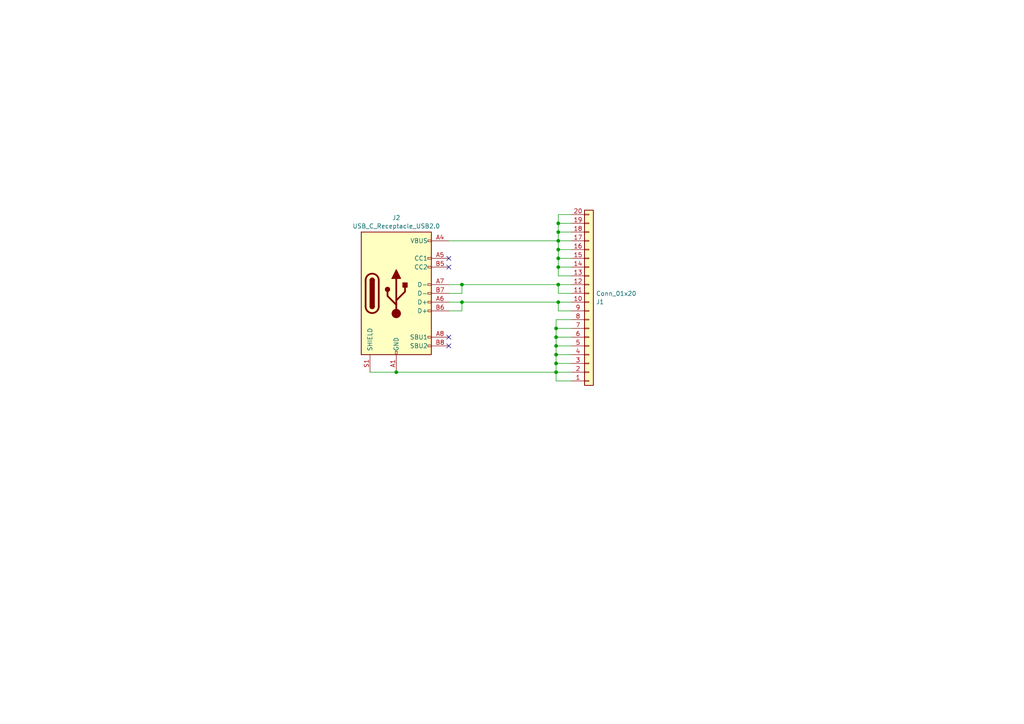
<source format=kicad_sch>
(kicad_sch (version 20230121) (generator eeschema)

  (uuid 85d1d7d0-b273-4930-b7bd-c461a116b2de)

  (paper "A4")

  (lib_symbols
    (symbol "Connector:USB_C_Receptacle_USB2.0" (pin_names (offset 1.016)) (in_bom yes) (on_board yes)
      (property "Reference" "J" (at -10.16 19.05 0)
        (effects (font (size 1.27 1.27)) (justify left))
      )
      (property "Value" "USB_C_Receptacle_USB2.0" (at 19.05 19.05 0)
        (effects (font (size 1.27 1.27)) (justify right))
      )
      (property "Footprint" "" (at 3.81 0 0)
        (effects (font (size 1.27 1.27)) hide)
      )
      (property "Datasheet" "https://www.usb.org/sites/default/files/documents/usb_type-c.zip" (at 3.81 0 0)
        (effects (font (size 1.27 1.27)) hide)
      )
      (property "ki_keywords" "usb universal serial bus type-C USB2.0" (at 0 0 0)
        (effects (font (size 1.27 1.27)) hide)
      )
      (property "ki_description" "USB 2.0-only Type-C Receptacle connector" (at 0 0 0)
        (effects (font (size 1.27 1.27)) hide)
      )
      (property "ki_fp_filters" "USB*C*Receptacle*" (at 0 0 0)
        (effects (font (size 1.27 1.27)) hide)
      )
      (symbol "USB_C_Receptacle_USB2.0_0_0"
        (rectangle (start -0.254 -17.78) (end 0.254 -16.764)
          (stroke (width 0) (type default))
          (fill (type none))
        )
        (rectangle (start 10.16 -14.986) (end 9.144 -15.494)
          (stroke (width 0) (type default))
          (fill (type none))
        )
        (rectangle (start 10.16 -12.446) (end 9.144 -12.954)
          (stroke (width 0) (type default))
          (fill (type none))
        )
        (rectangle (start 10.16 -4.826) (end 9.144 -5.334)
          (stroke (width 0) (type default))
          (fill (type none))
        )
        (rectangle (start 10.16 -2.286) (end 9.144 -2.794)
          (stroke (width 0) (type default))
          (fill (type none))
        )
        (rectangle (start 10.16 0.254) (end 9.144 -0.254)
          (stroke (width 0) (type default))
          (fill (type none))
        )
        (rectangle (start 10.16 2.794) (end 9.144 2.286)
          (stroke (width 0) (type default))
          (fill (type none))
        )
        (rectangle (start 10.16 7.874) (end 9.144 7.366)
          (stroke (width 0) (type default))
          (fill (type none))
        )
        (rectangle (start 10.16 10.414) (end 9.144 9.906)
          (stroke (width 0) (type default))
          (fill (type none))
        )
        (rectangle (start 10.16 15.494) (end 9.144 14.986)
          (stroke (width 0) (type default))
          (fill (type none))
        )
      )
      (symbol "USB_C_Receptacle_USB2.0_0_1"
        (rectangle (start -10.16 17.78) (end 10.16 -17.78)
          (stroke (width 0.254) (type default))
          (fill (type background))
        )
        (arc (start -8.89 -3.81) (mid -6.985 -5.7067) (end -5.08 -3.81)
          (stroke (width 0.508) (type default))
          (fill (type none))
        )
        (arc (start -7.62 -3.81) (mid -6.985 -4.4423) (end -6.35 -3.81)
          (stroke (width 0.254) (type default))
          (fill (type none))
        )
        (arc (start -7.62 -3.81) (mid -6.985 -4.4423) (end -6.35 -3.81)
          (stroke (width 0.254) (type default))
          (fill (type outline))
        )
        (rectangle (start -7.62 -3.81) (end -6.35 3.81)
          (stroke (width 0.254) (type default))
          (fill (type outline))
        )
        (arc (start -6.35 3.81) (mid -6.985 4.4423) (end -7.62 3.81)
          (stroke (width 0.254) (type default))
          (fill (type none))
        )
        (arc (start -6.35 3.81) (mid -6.985 4.4423) (end -7.62 3.81)
          (stroke (width 0.254) (type default))
          (fill (type outline))
        )
        (arc (start -5.08 3.81) (mid -6.985 5.7067) (end -8.89 3.81)
          (stroke (width 0.508) (type default))
          (fill (type none))
        )
        (circle (center -2.54 1.143) (radius 0.635)
          (stroke (width 0.254) (type default))
          (fill (type outline))
        )
        (circle (center 0 -5.842) (radius 1.27)
          (stroke (width 0) (type default))
          (fill (type outline))
        )
        (polyline
          (pts
            (xy -8.89 -3.81)
            (xy -8.89 3.81)
          )
          (stroke (width 0.508) (type default))
          (fill (type none))
        )
        (polyline
          (pts
            (xy -5.08 3.81)
            (xy -5.08 -3.81)
          )
          (stroke (width 0.508) (type default))
          (fill (type none))
        )
        (polyline
          (pts
            (xy 0 -5.842)
            (xy 0 4.318)
          )
          (stroke (width 0.508) (type default))
          (fill (type none))
        )
        (polyline
          (pts
            (xy 0 -3.302)
            (xy -2.54 -0.762)
            (xy -2.54 0.508)
          )
          (stroke (width 0.508) (type default))
          (fill (type none))
        )
        (polyline
          (pts
            (xy 0 -2.032)
            (xy 2.54 0.508)
            (xy 2.54 1.778)
          )
          (stroke (width 0.508) (type default))
          (fill (type none))
        )
        (polyline
          (pts
            (xy -1.27 4.318)
            (xy 0 6.858)
            (xy 1.27 4.318)
            (xy -1.27 4.318)
          )
          (stroke (width 0.254) (type default))
          (fill (type outline))
        )
        (rectangle (start 1.905 1.778) (end 3.175 3.048)
          (stroke (width 0.254) (type default))
          (fill (type outline))
        )
      )
      (symbol "USB_C_Receptacle_USB2.0_1_1"
        (pin passive line (at 0 -22.86 90) (length 5.08)
          (name "GND" (effects (font (size 1.27 1.27))))
          (number "A1" (effects (font (size 1.27 1.27))))
        )
        (pin passive line (at 0 -22.86 90) (length 5.08) hide
          (name "GND" (effects (font (size 1.27 1.27))))
          (number "A12" (effects (font (size 1.27 1.27))))
        )
        (pin passive line (at 15.24 15.24 180) (length 5.08)
          (name "VBUS" (effects (font (size 1.27 1.27))))
          (number "A4" (effects (font (size 1.27 1.27))))
        )
        (pin bidirectional line (at 15.24 10.16 180) (length 5.08)
          (name "CC1" (effects (font (size 1.27 1.27))))
          (number "A5" (effects (font (size 1.27 1.27))))
        )
        (pin bidirectional line (at 15.24 -2.54 180) (length 5.08)
          (name "D+" (effects (font (size 1.27 1.27))))
          (number "A6" (effects (font (size 1.27 1.27))))
        )
        (pin bidirectional line (at 15.24 2.54 180) (length 5.08)
          (name "D-" (effects (font (size 1.27 1.27))))
          (number "A7" (effects (font (size 1.27 1.27))))
        )
        (pin bidirectional line (at 15.24 -12.7 180) (length 5.08)
          (name "SBU1" (effects (font (size 1.27 1.27))))
          (number "A8" (effects (font (size 1.27 1.27))))
        )
        (pin passive line (at 15.24 15.24 180) (length 5.08) hide
          (name "VBUS" (effects (font (size 1.27 1.27))))
          (number "A9" (effects (font (size 1.27 1.27))))
        )
        (pin passive line (at 0 -22.86 90) (length 5.08) hide
          (name "GND" (effects (font (size 1.27 1.27))))
          (number "B1" (effects (font (size 1.27 1.27))))
        )
        (pin passive line (at 0 -22.86 90) (length 5.08) hide
          (name "GND" (effects (font (size 1.27 1.27))))
          (number "B12" (effects (font (size 1.27 1.27))))
        )
        (pin passive line (at 15.24 15.24 180) (length 5.08) hide
          (name "VBUS" (effects (font (size 1.27 1.27))))
          (number "B4" (effects (font (size 1.27 1.27))))
        )
        (pin bidirectional line (at 15.24 7.62 180) (length 5.08)
          (name "CC2" (effects (font (size 1.27 1.27))))
          (number "B5" (effects (font (size 1.27 1.27))))
        )
        (pin bidirectional line (at 15.24 -5.08 180) (length 5.08)
          (name "D+" (effects (font (size 1.27 1.27))))
          (number "B6" (effects (font (size 1.27 1.27))))
        )
        (pin bidirectional line (at 15.24 0 180) (length 5.08)
          (name "D-" (effects (font (size 1.27 1.27))))
          (number "B7" (effects (font (size 1.27 1.27))))
        )
        (pin bidirectional line (at 15.24 -15.24 180) (length 5.08)
          (name "SBU2" (effects (font (size 1.27 1.27))))
          (number "B8" (effects (font (size 1.27 1.27))))
        )
        (pin passive line (at 15.24 15.24 180) (length 5.08) hide
          (name "VBUS" (effects (font (size 1.27 1.27))))
          (number "B9" (effects (font (size 1.27 1.27))))
        )
        (pin passive line (at -7.62 -22.86 90) (length 5.08)
          (name "SHIELD" (effects (font (size 1.27 1.27))))
          (number "S1" (effects (font (size 1.27 1.27))))
        )
      )
    )
    (symbol "Connector_Generic:Conn_01x20" (pin_names (offset 1.016) hide) (in_bom yes) (on_board yes)
      (property "Reference" "J" (at 0 25.4 0)
        (effects (font (size 1.27 1.27)))
      )
      (property "Value" "Conn_01x20" (at 0 -27.94 0)
        (effects (font (size 1.27 1.27)))
      )
      (property "Footprint" "" (at 0 0 0)
        (effects (font (size 1.27 1.27)) hide)
      )
      (property "Datasheet" "~" (at 0 0 0)
        (effects (font (size 1.27 1.27)) hide)
      )
      (property "ki_keywords" "connector" (at 0 0 0)
        (effects (font (size 1.27 1.27)) hide)
      )
      (property "ki_description" "Generic connector, single row, 01x20, script generated (kicad-library-utils/schlib/autogen/connector/)" (at 0 0 0)
        (effects (font (size 1.27 1.27)) hide)
      )
      (property "ki_fp_filters" "Connector*:*_1x??_*" (at 0 0 0)
        (effects (font (size 1.27 1.27)) hide)
      )
      (symbol "Conn_01x20_1_1"
        (rectangle (start -1.27 -25.273) (end 0 -25.527)
          (stroke (width 0.1524) (type default))
          (fill (type none))
        )
        (rectangle (start -1.27 -22.733) (end 0 -22.987)
          (stroke (width 0.1524) (type default))
          (fill (type none))
        )
        (rectangle (start -1.27 -20.193) (end 0 -20.447)
          (stroke (width 0.1524) (type default))
          (fill (type none))
        )
        (rectangle (start -1.27 -17.653) (end 0 -17.907)
          (stroke (width 0.1524) (type default))
          (fill (type none))
        )
        (rectangle (start -1.27 -15.113) (end 0 -15.367)
          (stroke (width 0.1524) (type default))
          (fill (type none))
        )
        (rectangle (start -1.27 -12.573) (end 0 -12.827)
          (stroke (width 0.1524) (type default))
          (fill (type none))
        )
        (rectangle (start -1.27 -10.033) (end 0 -10.287)
          (stroke (width 0.1524) (type default))
          (fill (type none))
        )
        (rectangle (start -1.27 -7.493) (end 0 -7.747)
          (stroke (width 0.1524) (type default))
          (fill (type none))
        )
        (rectangle (start -1.27 -4.953) (end 0 -5.207)
          (stroke (width 0.1524) (type default))
          (fill (type none))
        )
        (rectangle (start -1.27 -2.413) (end 0 -2.667)
          (stroke (width 0.1524) (type default))
          (fill (type none))
        )
        (rectangle (start -1.27 0.127) (end 0 -0.127)
          (stroke (width 0.1524) (type default))
          (fill (type none))
        )
        (rectangle (start -1.27 2.667) (end 0 2.413)
          (stroke (width 0.1524) (type default))
          (fill (type none))
        )
        (rectangle (start -1.27 5.207) (end 0 4.953)
          (stroke (width 0.1524) (type default))
          (fill (type none))
        )
        (rectangle (start -1.27 7.747) (end 0 7.493)
          (stroke (width 0.1524) (type default))
          (fill (type none))
        )
        (rectangle (start -1.27 10.287) (end 0 10.033)
          (stroke (width 0.1524) (type default))
          (fill (type none))
        )
        (rectangle (start -1.27 12.827) (end 0 12.573)
          (stroke (width 0.1524) (type default))
          (fill (type none))
        )
        (rectangle (start -1.27 15.367) (end 0 15.113)
          (stroke (width 0.1524) (type default))
          (fill (type none))
        )
        (rectangle (start -1.27 17.907) (end 0 17.653)
          (stroke (width 0.1524) (type default))
          (fill (type none))
        )
        (rectangle (start -1.27 20.447) (end 0 20.193)
          (stroke (width 0.1524) (type default))
          (fill (type none))
        )
        (rectangle (start -1.27 22.987) (end 0 22.733)
          (stroke (width 0.1524) (type default))
          (fill (type none))
        )
        (rectangle (start -1.27 24.13) (end 1.27 -26.67)
          (stroke (width 0.254) (type default))
          (fill (type background))
        )
        (pin passive line (at -5.08 22.86 0) (length 3.81)
          (name "Pin_1" (effects (font (size 1.27 1.27))))
          (number "1" (effects (font (size 1.27 1.27))))
        )
        (pin passive line (at -5.08 0 0) (length 3.81)
          (name "Pin_10" (effects (font (size 1.27 1.27))))
          (number "10" (effects (font (size 1.27 1.27))))
        )
        (pin passive line (at -5.08 -2.54 0) (length 3.81)
          (name "Pin_11" (effects (font (size 1.27 1.27))))
          (number "11" (effects (font (size 1.27 1.27))))
        )
        (pin passive line (at -5.08 -5.08 0) (length 3.81)
          (name "Pin_12" (effects (font (size 1.27 1.27))))
          (number "12" (effects (font (size 1.27 1.27))))
        )
        (pin passive line (at -5.08 -7.62 0) (length 3.81)
          (name "Pin_13" (effects (font (size 1.27 1.27))))
          (number "13" (effects (font (size 1.27 1.27))))
        )
        (pin passive line (at -5.08 -10.16 0) (length 3.81)
          (name "Pin_14" (effects (font (size 1.27 1.27))))
          (number "14" (effects (font (size 1.27 1.27))))
        )
        (pin passive line (at -5.08 -12.7 0) (length 3.81)
          (name "Pin_15" (effects (font (size 1.27 1.27))))
          (number "15" (effects (font (size 1.27 1.27))))
        )
        (pin passive line (at -5.08 -15.24 0) (length 3.81)
          (name "Pin_16" (effects (font (size 1.27 1.27))))
          (number "16" (effects (font (size 1.27 1.27))))
        )
        (pin passive line (at -5.08 -17.78 0) (length 3.81)
          (name "Pin_17" (effects (font (size 1.27 1.27))))
          (number "17" (effects (font (size 1.27 1.27))))
        )
        (pin passive line (at -5.08 -20.32 0) (length 3.81)
          (name "Pin_18" (effects (font (size 1.27 1.27))))
          (number "18" (effects (font (size 1.27 1.27))))
        )
        (pin passive line (at -5.08 -22.86 0) (length 3.81)
          (name "Pin_19" (effects (font (size 1.27 1.27))))
          (number "19" (effects (font (size 1.27 1.27))))
        )
        (pin passive line (at -5.08 20.32 0) (length 3.81)
          (name "Pin_2" (effects (font (size 1.27 1.27))))
          (number "2" (effects (font (size 1.27 1.27))))
        )
        (pin passive line (at -5.08 -25.4 0) (length 3.81)
          (name "Pin_20" (effects (font (size 1.27 1.27))))
          (number "20" (effects (font (size 1.27 1.27))))
        )
        (pin passive line (at -5.08 17.78 0) (length 3.81)
          (name "Pin_3" (effects (font (size 1.27 1.27))))
          (number "3" (effects (font (size 1.27 1.27))))
        )
        (pin passive line (at -5.08 15.24 0) (length 3.81)
          (name "Pin_4" (effects (font (size 1.27 1.27))))
          (number "4" (effects (font (size 1.27 1.27))))
        )
        (pin passive line (at -5.08 12.7 0) (length 3.81)
          (name "Pin_5" (effects (font (size 1.27 1.27))))
          (number "5" (effects (font (size 1.27 1.27))))
        )
        (pin passive line (at -5.08 10.16 0) (length 3.81)
          (name "Pin_6" (effects (font (size 1.27 1.27))))
          (number "6" (effects (font (size 1.27 1.27))))
        )
        (pin passive line (at -5.08 7.62 0) (length 3.81)
          (name "Pin_7" (effects (font (size 1.27 1.27))))
          (number "7" (effects (font (size 1.27 1.27))))
        )
        (pin passive line (at -5.08 5.08 0) (length 3.81)
          (name "Pin_8" (effects (font (size 1.27 1.27))))
          (number "8" (effects (font (size 1.27 1.27))))
        )
        (pin passive line (at -5.08 2.54 0) (length 3.81)
          (name "Pin_9" (effects (font (size 1.27 1.27))))
          (number "9" (effects (font (size 1.27 1.27))))
        )
      )
    )
  )

  (junction (at 133.985 82.55) (diameter 0) (color 0 0 0 0)
    (uuid 0f91f8be-38fa-4d26-9f88-eb34777a276e)
  )
  (junction (at 161.925 69.85) (diameter 0) (color 0 0 0 0)
    (uuid 16e03e92-2e5a-48f0-b211-bce0fe19dfce)
  )
  (junction (at 161.29 107.95) (diameter 0) (color 0 0 0 0)
    (uuid 2ba71a24-aed5-4b8d-9589-a46844bff3a1)
  )
  (junction (at 161.29 105.41) (diameter 0) (color 0 0 0 0)
    (uuid 3791f4fb-1dea-4352-905b-0fe109d4b7f1)
  )
  (junction (at 161.925 82.55) (diameter 0) (color 0 0 0 0)
    (uuid 3de0b87c-1ee5-4a95-894f-735d1af3e44c)
  )
  (junction (at 161.925 74.93) (diameter 0) (color 0 0 0 0)
    (uuid 4d14e9d6-cda9-4a70-8180-b6d2e4eb8e76)
  )
  (junction (at 161.925 64.77) (diameter 0) (color 0 0 0 0)
    (uuid 74b92bea-b6dc-4187-af5d-a2a22a15cf0c)
  )
  (junction (at 161.925 67.31) (diameter 0) (color 0 0 0 0)
    (uuid 81455597-4cb6-49de-ab26-2d373bbc52be)
  )
  (junction (at 161.29 97.79) (diameter 0) (color 0 0 0 0)
    (uuid 91084d0e-6117-4d5e-b988-cc00917447e7)
  )
  (junction (at 161.925 87.63) (diameter 0) (color 0 0 0 0)
    (uuid b84ee539-6291-4cf8-9a3b-28f702ea2de4)
  )
  (junction (at 133.985 87.63) (diameter 0) (color 0 0 0 0)
    (uuid bd67bb24-c1f5-43cd-83bb-a3c595311951)
  )
  (junction (at 161.925 72.39) (diameter 0) (color 0 0 0 0)
    (uuid c8561abc-4d34-41e5-951b-77c881dd82cf)
  )
  (junction (at 161.925 77.47) (diameter 0) (color 0 0 0 0)
    (uuid caf62775-1431-4749-a9b5-94719b235074)
  )
  (junction (at 161.29 95.25) (diameter 0) (color 0 0 0 0)
    (uuid dbdfc22a-636c-4a74-9c4d-669416f4151e)
  )
  (junction (at 161.29 102.87) (diameter 0) (color 0 0 0 0)
    (uuid df033778-8519-46ee-adbf-388028d5cf88)
  )
  (junction (at 114.935 107.95) (diameter 0) (color 0 0 0 0)
    (uuid e40234ea-551c-44dd-834b-a65de7db57b9)
  )
  (junction (at 161.29 100.33) (diameter 0) (color 0 0 0 0)
    (uuid fadc9064-2675-4b1f-ab18-6d4195368fd2)
  )

  (no_connect (at 130.175 100.33) (uuid 65a34377-22d0-43a5-9129-5e4a6f7c9136))
  (no_connect (at 130.175 97.79) (uuid a439ada8-2f65-4d20-9c33-b0d96992e40f))
  (no_connect (at 130.175 74.93) (uuid f75a21df-1f5c-4991-abc6-d1cacc74dfc0))
  (no_connect (at 130.175 77.47) (uuid fb312382-4dfa-414a-9abf-6b89dfe98e00))

  (wire (pts (xy 161.925 80.01) (xy 165.735 80.01))
    (stroke (width 0) (type default))
    (uuid 11e09710-80bf-43ea-96a9-81526abce069)
  )
  (wire (pts (xy 161.29 97.79) (xy 161.29 100.33))
    (stroke (width 0) (type default))
    (uuid 1328a1b2-e1ce-4f72-8281-307fd88e414d)
  )
  (wire (pts (xy 161.925 74.93) (xy 161.925 77.47))
    (stroke (width 0) (type default))
    (uuid 16fabd9d-e3b2-44c5-bfe9-87765cd9eec9)
  )
  (wire (pts (xy 161.925 82.55) (xy 161.925 85.09))
    (stroke (width 0) (type default))
    (uuid 23998c67-b585-46dd-bcec-4e780ef12932)
  )
  (wire (pts (xy 130.175 69.85) (xy 161.925 69.85))
    (stroke (width 0) (type default))
    (uuid 276df5e2-3224-439d-8242-4493ccf948c4)
  )
  (wire (pts (xy 161.925 62.23) (xy 161.925 64.77))
    (stroke (width 0) (type default))
    (uuid 2a7857b8-550e-4e61-acc6-02aab998e7b8)
  )
  (wire (pts (xy 161.29 97.79) (xy 165.735 97.79))
    (stroke (width 0) (type default))
    (uuid 2b9a1374-0225-4cc6-aa4c-4274532173df)
  )
  (wire (pts (xy 161.29 95.25) (xy 165.735 95.25))
    (stroke (width 0) (type default))
    (uuid 2e3f28d3-335b-48c9-a42d-3ccae06a1c18)
  )
  (wire (pts (xy 161.29 92.71) (xy 161.29 95.25))
    (stroke (width 0) (type default))
    (uuid 3095c659-f1ab-478d-82e7-b69fe70fa202)
  )
  (wire (pts (xy 161.925 72.39) (xy 165.735 72.39))
    (stroke (width 0) (type default))
    (uuid 311304b0-eff7-40d6-be43-d80115baa53f)
  )
  (wire (pts (xy 161.925 67.31) (xy 161.925 69.85))
    (stroke (width 0) (type default))
    (uuid 3161d461-b62e-4350-bff0-d696566c4aec)
  )
  (wire (pts (xy 161.925 69.85) (xy 161.925 72.39))
    (stroke (width 0) (type default))
    (uuid 340279db-e094-49ec-ba59-d09bbdf6fc6b)
  )
  (wire (pts (xy 161.29 110.49) (xy 161.29 107.95))
    (stroke (width 0) (type default))
    (uuid 352cafc9-4fbb-411f-b46e-eca565c2a484)
  )
  (wire (pts (xy 165.735 82.55) (xy 161.925 82.55))
    (stroke (width 0) (type default))
    (uuid 38c8f2b1-9ca9-4356-bbf9-c6aaa34ab7c3)
  )
  (wire (pts (xy 161.925 77.47) (xy 161.925 80.01))
    (stroke (width 0) (type default))
    (uuid 39558b1c-9ec3-4fa1-9607-f26e9a241586)
  )
  (wire (pts (xy 130.175 90.17) (xy 133.985 90.17))
    (stroke (width 0) (type default))
    (uuid 3e15b36c-c9fd-4642-ae80-e6ce1b1e8eca)
  )
  (wire (pts (xy 165.735 62.23) (xy 161.925 62.23))
    (stroke (width 0) (type default))
    (uuid 41339ecf-16a0-425b-8ce6-b52d66873202)
  )
  (wire (pts (xy 161.925 64.77) (xy 165.735 64.77))
    (stroke (width 0) (type default))
    (uuid 42d836f8-dc48-4cbf-99b1-7e9bbe30ab07)
  )
  (wire (pts (xy 165.735 90.17) (xy 161.925 90.17))
    (stroke (width 0) (type default))
    (uuid 4e7c1510-f3d6-4ef4-924e-f6c2a8fe6c81)
  )
  (wire (pts (xy 161.29 102.87) (xy 165.735 102.87))
    (stroke (width 0) (type default))
    (uuid 59402120-9496-4bbb-b11f-82fae67f8bd6)
  )
  (wire (pts (xy 107.315 107.95) (xy 114.935 107.95))
    (stroke (width 0) (type default))
    (uuid 64251de5-d7cb-44d2-8b12-d090aaec22a7)
  )
  (wire (pts (xy 161.29 100.33) (xy 165.735 100.33))
    (stroke (width 0) (type default))
    (uuid 6b1c3481-88be-4ace-84f8-3773dbf1143e)
  )
  (wire (pts (xy 161.29 95.25) (xy 161.29 97.79))
    (stroke (width 0) (type default))
    (uuid 732b7b21-e697-4da5-8e8b-45545b6d78d7)
  )
  (wire (pts (xy 130.175 82.55) (xy 133.985 82.55))
    (stroke (width 0) (type default))
    (uuid 79574711-b801-4eb1-86d5-7782fc46d3b1)
  )
  (wire (pts (xy 161.925 85.09) (xy 165.735 85.09))
    (stroke (width 0) (type default))
    (uuid 8c0c1aa3-4425-420d-9dff-5b51c3cfa4c1)
  )
  (wire (pts (xy 161.29 92.71) (xy 165.735 92.71))
    (stroke (width 0) (type default))
    (uuid 8d088cc7-ddef-4926-a8b2-ca76ad8de657)
  )
  (wire (pts (xy 133.985 87.63) (xy 161.925 87.63))
    (stroke (width 0) (type default))
    (uuid 9e5d0899-78d9-45cf-a06b-8717bb51c003)
  )
  (wire (pts (xy 165.735 110.49) (xy 161.29 110.49))
    (stroke (width 0) (type default))
    (uuid a56922c1-f733-4090-8321-6c604cde0e18)
  )
  (wire (pts (xy 133.985 90.17) (xy 133.985 87.63))
    (stroke (width 0) (type default))
    (uuid a98c5d2a-2f20-4cbb-a2e7-479fff49e46e)
  )
  (wire (pts (xy 161.925 87.63) (xy 165.735 87.63))
    (stroke (width 0) (type default))
    (uuid a9db8619-5310-4559-82f2-ab4e23625814)
  )
  (wire (pts (xy 161.925 77.47) (xy 165.735 77.47))
    (stroke (width 0) (type default))
    (uuid ad1d2d86-8242-4a4c-ac93-a51c269dd316)
  )
  (wire (pts (xy 161.925 69.85) (xy 165.735 69.85))
    (stroke (width 0) (type default))
    (uuid b0641201-b100-4c52-83a7-024ab37f34b1)
  )
  (wire (pts (xy 161.29 105.41) (xy 165.735 105.41))
    (stroke (width 0) (type default))
    (uuid b163a8ee-f8fa-46d5-8495-abe4b0451c29)
  )
  (wire (pts (xy 114.935 107.95) (xy 161.29 107.95))
    (stroke (width 0) (type default))
    (uuid b1777dce-73ab-4c7c-9d2c-c0763ce2c3b6)
  )
  (wire (pts (xy 161.29 105.41) (xy 161.29 102.87))
    (stroke (width 0) (type default))
    (uuid b4ad4260-5b49-417e-8040-a1a0099ef110)
  )
  (wire (pts (xy 161.29 107.95) (xy 165.735 107.95))
    (stroke (width 0) (type default))
    (uuid bb80e786-5c59-4df3-ab3e-051a7eda5472)
  )
  (wire (pts (xy 161.29 107.95) (xy 161.29 105.41))
    (stroke (width 0) (type default))
    (uuid bdd7f62f-2535-4407-8b90-8db48e07e42e)
  )
  (wire (pts (xy 133.985 82.55) (xy 161.925 82.55))
    (stroke (width 0) (type default))
    (uuid c0e0adfd-edc8-4ab0-b476-0c20b04f6b96)
  )
  (wire (pts (xy 161.925 90.17) (xy 161.925 87.63))
    (stroke (width 0) (type default))
    (uuid c515bebf-f8d0-432e-ba9a-df3b843b787e)
  )
  (wire (pts (xy 161.925 74.93) (xy 165.735 74.93))
    (stroke (width 0) (type default))
    (uuid c93dd42f-c011-4f47-a813-51d85513209b)
  )
  (wire (pts (xy 161.925 67.31) (xy 165.735 67.31))
    (stroke (width 0) (type default))
    (uuid cdfee5f8-86bc-4899-93c4-e09befd0d123)
  )
  (wire (pts (xy 130.175 85.09) (xy 133.985 85.09))
    (stroke (width 0) (type default))
    (uuid db4f3df3-9329-4e38-a5b3-311531525773)
  )
  (wire (pts (xy 161.925 64.77) (xy 161.925 67.31))
    (stroke (width 0) (type default))
    (uuid dfd1dcee-149e-47b4-870b-1573bb9059db)
  )
  (wire (pts (xy 161.29 100.33) (xy 161.29 102.87))
    (stroke (width 0) (type default))
    (uuid ee3140fa-054e-4bdf-aefa-4d8709ba5a65)
  )
  (wire (pts (xy 133.985 85.09) (xy 133.985 82.55))
    (stroke (width 0) (type default))
    (uuid f9378d1f-ab50-417b-a51c-0f8ea1d789c1)
  )
  (wire (pts (xy 161.925 72.39) (xy 161.925 74.93))
    (stroke (width 0) (type default))
    (uuid fed7c4b0-eaa3-42b5-a6e2-fc8938e3fe50)
  )
  (wire (pts (xy 130.175 87.63) (xy 133.985 87.63))
    (stroke (width 0) (type default))
    (uuid fff6f2f7-89e0-4712-8edf-a696a48abafc)
  )

  (symbol (lib_id "Connector_Generic:Conn_01x20") (at 170.815 87.63 0) (mirror x) (unit 1)
    (in_bom yes) (on_board yes) (dnp no)
    (uuid 1bb44eae-f521-4da8-9781-c6073d9a3abb)
    (property "Reference" "J1" (at 172.847 87.5721 0)
      (effects (font (size 1.27 1.27)) (justify left))
    )
    (property "Value" "Conn_01x20" (at 172.847 85.1479 0)
      (effects (font (size 1.27 1.27)) (justify left))
    )
    (property "Footprint" "USBC_USB2_panel_mount_sub_board:FPC-SMD_20P-P0.50_FPC-05FB-20PH20" (at 170.815 87.63 0)
      (effects (font (size 1.27 1.27)) hide)
    )
    (property "Datasheet" "~" (at 170.815 87.63 0)
      (effects (font (size 1.27 1.27)) hide)
    )
    (pin "6" (uuid 8e25666e-1cb7-480e-9b73-935b862881a7))
    (pin "13" (uuid 4fab9b84-f640-42fa-a758-90ab5ea95c50))
    (pin "17" (uuid 7f140a31-07e0-40e3-9b2d-af5c6243ab30))
    (pin "1" (uuid 3f69521b-ec0b-4d32-9b83-d8cac266243f))
    (pin "3" (uuid b0d23cdd-e4eb-4482-b5df-916e89150da3))
    (pin "12" (uuid 5992c92a-9b02-4447-ac84-663efa31b990))
    (pin "14" (uuid d38cae14-dc9f-4040-a92c-58c426c9b092))
    (pin "5" (uuid 95a9f764-e113-411f-bcd7-e07f00108cd1))
    (pin "16" (uuid d489ef9b-bd73-4276-9f7d-4448037ee645))
    (pin "7" (uuid f115de79-74c8-4a35-bb04-a4588bc3dce0))
    (pin "19" (uuid f30e0906-e97e-414a-824f-a58fdd13c04f))
    (pin "9" (uuid c78ad800-1bc8-4492-ad32-b561d48264f3))
    (pin "11" (uuid 46cbb25c-0ab6-428d-a056-c3cbdf8ab353))
    (pin "20" (uuid f2425997-d7ce-4fd2-aa77-e608dcefbd46))
    (pin "10" (uuid ecabf488-e21c-4990-9a37-e618d25200be))
    (pin "4" (uuid a95ef138-d2c5-47c9-9163-0833114b85db))
    (pin "15" (uuid 8df16780-a23a-4967-ae65-a74294600e83))
    (pin "8" (uuid 7a4e4d53-dd3d-4c11-a914-a19827021661))
    (pin "18" (uuid 7408fba1-2ad1-4854-afbe-2942ad706a31))
    (pin "2" (uuid d49ce041-a094-41e3-bd3f-927927f68f98))
    (instances
      (project "USBC_USB2_panel_mount_sub_board"
        (path "/85d1d7d0-b273-4930-b7bd-c461a116b2de"
          (reference "J1") (unit 1)
        )
      )
    )
  )

  (symbol (lib_id "Connector:USB_C_Receptacle_USB2.0") (at 114.935 85.09 0) (unit 1)
    (in_bom yes) (on_board yes) (dnp no) (fields_autoplaced)
    (uuid 595f6960-3874-4c4f-a4a1-c88179c72dae)
    (property "Reference" "J2" (at 114.935 63.1657 0)
      (effects (font (size 1.27 1.27)))
    )
    (property "Value" "USB_C_Receptacle_USB2.0" (at 114.935 65.5899 0)
      (effects (font (size 1.27 1.27)))
    )
    (property "Footprint" "USBC_USB2_panel_mount_sub_board:918-418K2022Y40000" (at 118.745 85.09 0)
      (effects (font (size 1.27 1.27)) hide)
    )
    (property "Datasheet" "https://www.usb.org/sites/default/files/documents/usb_type-c.zip" (at 118.745 85.09 0)
      (effects (font (size 1.27 1.27)) hide)
    )
    (pin "A6" (uuid c6d3dab8-df38-4460-b3c8-2cba59ddf5de))
    (pin "B8" (uuid 2c346086-e4e7-4eef-99ec-3238424625f0))
    (pin "S1" (uuid 71af851c-57fc-44e6-9611-d5f0db92d68d))
    (pin "B9" (uuid a60acd17-05f3-4df1-8469-fe4ade950d0e))
    (pin "B12" (uuid c8d83bf7-7fe6-4e39-9834-014ee26d59cf))
    (pin "A12" (uuid 6a65f373-a2b3-4320-b9d7-f5d8c78b8cff))
    (pin "B6" (uuid 638da92f-486a-4241-8df1-c022c97bb4a0))
    (pin "B7" (uuid 62e588f2-8a9d-47d4-8890-bfe0a3d06864))
    (pin "A7" (uuid 40437df4-273a-4eed-95d6-e056fbc4f9ba))
    (pin "A5" (uuid 6fcd051d-1d64-48e8-ad4c-217c8074dff8))
    (pin "A8" (uuid fe11f5c3-a2bb-448a-b521-7c3ffffaeb11))
    (pin "B1" (uuid 253a02c1-7bd1-4162-bc9c-55f082edece3))
    (pin "A4" (uuid 92d81894-d5d6-46e5-8b59-32db4fc81420))
    (pin "B4" (uuid b2ca59ed-56c1-4592-a92d-bd9d571fca18))
    (pin "B5" (uuid ac004cd8-2867-4313-9dc2-fa91223c10c9))
    (pin "A1" (uuid 5d014f49-01ef-4ab1-b0b9-ca17cdbdeb6e))
    (pin "A9" (uuid cfe0b55a-459f-4955-956b-197d0142ea69))
    (instances
      (project "USBC_USB2_panel_mount_sub_board"
        (path "/85d1d7d0-b273-4930-b7bd-c461a116b2de"
          (reference "J2") (unit 1)
        )
      )
    )
  )

  (sheet_instances
    (path "/" (page "1"))
  )
)

</source>
